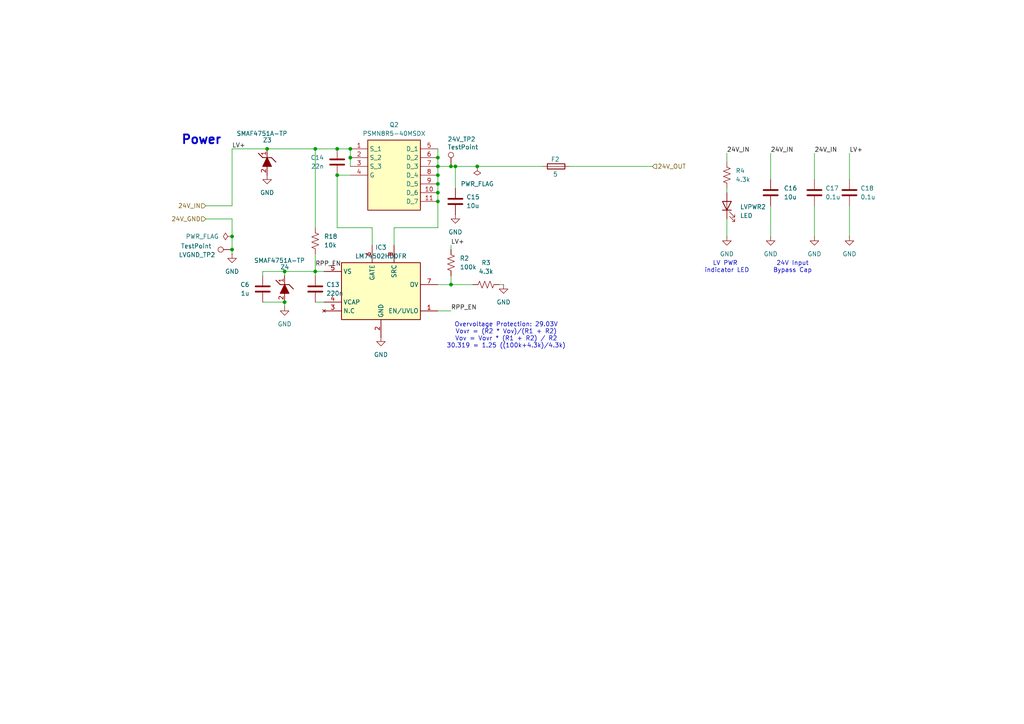
<source format=kicad_sch>
(kicad_sch (version 20250114) (generator "eeschema") (generator_version "9.0")
  (paper "A4")
  (lib_symbols
    (symbol "Connector:TestPoint" (pin_numbers (hide yes)) (pin_names (offset 0.762) (hide yes))
      (property "Reference" "TP" (at 0 6.858 0))
      (property "Value" "TestPoint" (at 0 5.08 0))
      (symbol "TestPoint_0_1"
        (circle (center 0 3.302) (radius 0.762))
      )
      (symbol "TestPoint_1_1"
        (pin passive line (at 0 0 90) (length 2.54) (name "1") (number "1"))
      )
    )
    (symbol "Device:C" (pin_numbers (hide yes)) (pin_names (offset 0.254))
      (property "Reference" "C" (at 0.635 2.54 0))
      (property "Value" "C" (at 0.635 -2.54 0))
      (symbol "C_0_1"
        (polyline (pts (xy -2.032 0.762) (xy 2.032 0.762)) (stroke (width 0.508)))
        (polyline (pts (xy -2.032 -0.762) (xy 2.032 -0.762)) (stroke (width 0.508)))
      )
      (symbol "C_1_1"
        (pin passive line (at 0 3.81 270) (length 2.794) (name "~") (number "1"))
        (pin passive line (at 0 -3.81 90) (length 2.794) (name "~") (number "2"))
      )
    )
    (symbol "Device:Fuse" (pin_numbers (hide yes)) (pin_names (offset 0))
      (property "Reference" "F" (at 2.032 0 90))
      (property "Value" "Fuse" (at -1.905 0 90))
      (symbol "Fuse_0_1"
        (rectangle (start -0.762 -2.54) (end 0.762 2.54) (stroke (width 0.254)))
        (polyline (pts (xy 0 2.54) (xy 0 -2.54)))
      )
      (symbol "Fuse_1_1"
        (pin passive line (at 0 3.81 270) (length 1.27) (name "~") (number "1"))
        (pin passive line (at 0 -3.81 90) (length 1.27) (name "~") (number "2"))
      )
    )
    (symbol "Device:LED" (pin_numbers (hide yes)) (pin_names (offset 1.016) (hide yes))
      (property "Reference" "D" (at 0 2.54 0))
      (property "Value" "LED" (at 0 -2.54 0))
      (symbol "LED_0_1"
        (polyline (pts (xy -3.048 -0.762) (xy -4.572 -2.286) (xy -3.81 -2.286) (xy -4.572 -2.286) (xy -4.572 -1.524)))
        (polyline (pts (xy -1.778 -0.762) (xy -3.302 -2.286) (xy -2.54 -2.286) (xy -3.302 -2.286) (xy -3.302 -1.524)))
        (polyline (pts (xy -1.27 0) (xy 1.27 0)))
        (polyline (pts (xy -1.27 -1.27) (xy -1.27 1.27)) (stroke (width 0.254)))
        (polyline (pts (xy 1.27 -1.27) (xy 1.27 1.27) (xy -1.27 0) (xy 1.27 -1.27)) (stroke (width 0.254)))
      )
      (symbol "LED_1_1"
        (pin passive line (at -3.81 0 0) (length 2.54) (name "K") (number "1"))
        (pin passive line (at 3.81 0 180) (length 2.54) (name "A") (number "2"))
      )
    )
    (symbol "Device:R_US" (pin_numbers (hide yes)) (pin_names (offset 0))
      (property "Reference" "R" (at 2.54 0 90))
      (property "Value" "R_US" (at -2.54 0 90))
      (symbol "R_US_0_1"
        (polyline (pts (xy 0 2.286) (xy 0 2.54)))
        (polyline (pts (xy 0 2.286) (xy 1.016 1.905) (xy 0 1.524) (xy -1.016 1.143) (xy 0 0.762)))
        (polyline (pts (xy 0 0.762) (xy 1.016 0.381) (xy 0 0) (xy -1.016 -0.381) (xy 0 -0.762)))
        (polyline (pts (xy 0 -0.762) (xy 1.016 -1.143) (xy 0 -1.524) (xy -1.016 -1.905) (xy 0 -2.286)))
        (polyline (pts (xy 0 -2.286) (xy 0 -2.54)))
      )
      (symbol "R_US_1_1"
        (pin passive line (at 0 3.81 270) (length 1.27) (name "~") (number "1"))
        (pin passive line (at 0 -3.81 90) (length 1.27) (name "~") (number "2"))
      )
    )
    (symbol "UTSVT_ICs:LM74502HDDFR"
      (property "Reference" "IC" (at 29.21 7.62 0))
      (property "Value" "LM74502HDDFR" (at 29.21 5.08 0))
      (symbol "LM74502HDDFR_1_1"
        (rectangle (start 5.08 2.54) (end 27.94 -13.97) (stroke (width 0.254)) (fill (type background)))
        (pin passive line (at 0 0 0) (length 5.08) (name "VS") (number "5"))
        (pin passive line (at 0 -8.89 0) (length 5.08) (name "VCAP") (number "4"))
        (pin no_connect line (at 0 -11.43 0) (length 5.08) (name "N.C") (number "3"))
        (pin passive line (at 13.97 7.62 270) (length 5.08) (name "GATE") (number "6"))
        (pin passive line (at 16.51 -19.05 90) (length 5.08) (name "GND") (number "2"))
        (pin passive line (at 20.32 7.62 270) (length 5.08) (name "SRC") (number "8"))
        (pin passive line (at 33.02 -3.81 180) (length 5.08) (name "OV") (number "7"))
        (pin passive line (at 33.02 -11.43 180) (length 5.08) (name "EN/UVLO") (number "1"))
      )
    )
    (symbol "UTSVT_Power:PSMN8R5-40MSDX"
      (property "Reference" "Q" (at 21.59 7.62 0))
      (property "Value" "PSMN8R5-40MSDX" (at 21.59 5.08 0))
      (symbol "PSMN8R5-40MSDX_1_1"
        (rectangle (start 5.08 2.54) (end 20.32 -17.78) (stroke (width 0.254)) (fill (type background)))
        (pin passive line (at 0 0 0) (length 5.08) (name "S_1") (number "1"))
        (pin passive line (at 0 -2.54 0) (length 5.08) (name "S_2") (number "2"))
        (pin passive line (at 0 -5.08 0) (length 5.08) (name "S_3") (number "3"))
        (pin passive line (at 0 -7.62 0) (length 5.08) (name "G") (number "4"))
        (pin passive line (at 25.4 0 180) (length 5.08) (name "D_1") (number "5"))
        (pin passive line (at 25.4 -2.54 180) (length 5.08) (name "D_2") (number "6"))
        (pin passive line (at 25.4 -5.08 180) (length 5.08) (name "D_3") (number "7"))
        (pin passive line (at 25.4 -7.62 180) (length 5.08) (name "D_4") (number "8"))
        (pin passive line (at 25.4 -10.16 180) (length 5.08) (name "D_5") (number "9"))
        (pin passive line (at 25.4 -12.7 180) (length 5.08) (name "D_6") (number "10"))
        (pin passive line (at 25.4 -15.24 180) (length 5.08) (name "D_7") (number "11"))
      )
    )
    (symbol "UTSVT_Power:SMAF4749A-TP" (pin_names (hide yes))
      (property "Reference" "Z" (at 10.16 8.89 0))
      (property "Value" "SMAF4749A-TP" (at 10.16 6.35 0))
      (symbol "SMAF4749A-TP_1_1"
        (polyline (pts (xy 3.81 -2.54) (xy 5.08 -1.27)) (stroke (width 0.254)))
        (polyline (pts (xy 5.08 1.27) (xy 5.08 -1.27)) (stroke (width 0.254)))
        (polyline (pts (xy 5.08 1.27) (xy 6.35 2.54)) (stroke (width 0.254)))
        (polyline (pts (xy 5.08 0) (xy 7.62 1.27) (xy 7.62 -1.27) (xy 5.08 0)) (stroke (width 0.254)) (fill (type outline)))
        (pin passive line (at 2.54 0 0) (length 2.54) (name "K") (number "1"))
        (pin passive line (at 10.16 0 180) (length 2.54) (name "A") (number "2"))
      )
    )
    (symbol "power:GND" (power) (pin_numbers (hide yes)) (pin_names (offset 0) (hide yes))
      (property "Value" "GND" (at 0 -3.81 0))
      (symbol "GND_0_1"
        (polyline (pts (xy 0 0) (xy 0 -1.27) (xy 1.27 -1.27) (xy 0 -2.54) (xy -1.27 -1.27) (xy 0 -1.27)))
      )
      (symbol "GND_1_1"
        (pin power_in line (at 0 0 270) (length 0) (name "~") (number "1"))
      )
    )
    (symbol "power:PWR_FLAG" (power) (pin_numbers (hide yes)) (pin_names (offset 0) (hide yes))
      (property "Value" "PWR_FLAG" (at 0 3.81 0))
      (symbol "PWR_FLAG_0_0"
        (pin power_out line (at 0 0 90) (length 0) (name "~") (number "1"))
      )
      (symbol "PWR_FLAG_0_1"
        (polyline (pts (xy 0 0) (xy 0 1.27) (xy -1.016 1.905) (xy 0 2.54) (xy 1.016 1.905) (xy 0 1.27)))
      )
    )
  )
  (text "Overvoltage Protection: 29.03V\nVovr = (R2 * Vov)/(R1 + R2)\nVov = Vovr * (R1 + R2) / R2\n30.319 = 1.25 ((100k+4.3k)/4.3k)" (at 146.812 97.282 0) (effects (font (size 1.27 1.27))))
  (text "24V Input\nBypass Cap" (at 229.87 77.47 0) (effects (font (size 1.27 1.27))))
  (text "Power" (at 58.42 40.64 0) (effects (font (size 2.54 2.54) (thickness 0.508) (bold yes))))
  (text "LV PWR \nindicator LED" (at 210.82 77.47 0) (effects (font (size 1.27 1.27))))
  (junction (at 77.47 43.18))
  (junction (at 101.6 45.72))
  (junction (at 67.31 68.58))
  (junction (at 82.55 87.63))
  (junction (at 127 55.88))
  (junction (at 127 48.26))
  (junction (at 101.6 43.18))
  (junction (at 127 58.42))
  (junction (at 127 50.8))
  (junction (at 130.81 48.26))
  (junction (at 91.44 78.74))
  (junction (at 132.08 48.26))
  (junction (at 67.31 72.39))
  (junction (at 130.81 82.55))
  (junction (at 97.79 50.8))
  (junction (at 138.43 48.26))
  (junction (at 97.79 43.18))
  (junction (at 127 45.72))
  (junction (at 82.55 78.74))
  (junction (at 91.44 43.18))
  (junction (at 127 53.34))
  (wire (pts (xy 67.31 68.58) (xy 67.31 72.39)))
  (wire (pts (xy 107.95 71.12) (xy 107.95 66.04)))
  (wire (pts (xy 101.6 45.72) (xy 101.6 48.26)))
  (wire (pts (xy 127 48.26) (xy 127 50.8)))
  (wire (pts (xy 236.22 59.69) (xy 236.22 68.58)))
  (wire (pts (xy 127 45.72) (xy 127 48.26)))
  (wire (pts (xy 67.31 43.18) (xy 77.47 43.18)))
  (wire (pts (xy 91.44 43.18) (xy 97.79 43.18)))
  (wire (pts (xy 246.38 59.69) (xy 246.38 68.58)))
  (wire (pts (xy 130.81 71.12) (xy 130.81 72.39)))
  (wire (pts (xy 77.47 43.18) (xy 91.44 43.18)))
  (wire (pts (xy 138.43 48.26) (xy 157.48 48.26)))
  (wire (pts (xy 67.31 43.18) (xy 67.31 59.69)))
  (wire (pts (xy 223.52 44.45) (xy 223.52 52.07)))
  (wire (pts (xy 223.52 59.69) (xy 223.52 68.58)))
  (wire (pts (xy 127 90.17) (xy 130.81 90.17)))
  (wire (pts (xy 91.44 87.63) (xy 93.98 87.63)))
  (wire (pts (xy 97.79 43.18) (xy 101.6 43.18)))
  (wire (pts (xy 236.22 44.45) (xy 236.22 52.07)))
  (wire (pts (xy 91.44 66.04) (xy 91.44 43.18)))
  (wire (pts (xy 76.2 78.74) (xy 82.55 78.74)))
  (wire (pts (xy 132.08 48.26) (xy 130.81 48.26)))
  (wire (pts (xy 91.44 73.66) (xy 91.44 78.74)))
  (wire (pts (xy 82.55 78.74) (xy 82.55 80.01)))
  (wire (pts (xy 132.08 48.26) (xy 138.43 48.26)))
  (wire (pts (xy 210.82 44.45) (xy 210.82 46.99)))
  (wire (pts (xy 127 53.34) (xy 127 55.88)))
  (wire (pts (xy 210.82 54.61) (xy 210.82 55.88)))
  (wire (pts (xy 114.3 66.04) (xy 127 66.04)))
  (wire (pts (xy 101.6 43.18) (xy 101.6 45.72)))
  (wire (pts (xy 127 82.55) (xy 130.81 82.55)))
  (wire (pts (xy 246.38 44.45) (xy 246.38 52.07)))
  (wire (pts (xy 76.2 78.74) (xy 76.2 80.01)))
  (wire (pts (xy 107.95 66.04) (xy 97.79 66.04)))
  (wire (pts (xy 127 55.88) (xy 127 58.42)))
  (wire (pts (xy 82.55 87.63) (xy 82.55 88.9)))
  (wire (pts (xy 127 43.18) (xy 127 45.72)))
  (wire (pts (xy 67.31 63.5) (xy 67.31 68.58)))
  (wire (pts (xy 127 48.26) (xy 130.81 48.26)))
  (wire (pts (xy 67.31 73.66) (xy 67.31 72.39)))
  (wire (pts (xy 127 58.42) (xy 127 66.04)))
  (wire (pts (xy 97.79 66.04) (xy 97.79 50.8)))
  (wire (pts (xy 91.44 78.74) (xy 93.98 78.74)))
  (wire (pts (xy 59.69 59.69) (xy 67.31 59.69)))
  (wire (pts (xy 130.81 80.01) (xy 130.81 82.55)))
  (wire (pts (xy 165.1 48.26) (xy 189.23 48.26)))
  (wire (pts (xy 130.81 82.55) (xy 137.16 82.55)))
  (wire (pts (xy 59.69 63.5) (xy 67.31 63.5)))
  (wire (pts (xy 114.3 71.12) (xy 114.3 66.04)))
  (wire (pts (xy 91.44 78.74) (xy 91.44 80.01)))
  (wire (pts (xy 210.82 63.5) (xy 210.82 68.58)))
  (wire (pts (xy 144.78 82.55) (xy 146.05 82.55)))
  (wire (pts (xy 127 50.8) (xy 127 53.34)))
  (wire (pts (xy 76.2 87.63) (xy 82.55 87.63)))
  (wire (pts (xy 82.55 78.74) (xy 91.44 78.74)))
  (wire (pts (xy 97.79 50.8) (xy 101.6 50.8)))
  (wire (pts (xy 132.08 48.26) (xy 132.08 54.61)))
  (label "LV+" (at 67.31 43.18 0))
  (label "RPP_EN" (at 91.44 77.47 0))
  (label "24V_IN" (at 223.52 44.45 0))
  (label "RPP_EN" (at 130.81 90.17 0))
  (label "24V_IN" (at 210.82 44.45 0))
  (label "24V_IN" (at 236.22 44.45 0))
  (label "LV+" (at 246.38 44.45 0))
  (label "LV+" (at 130.81 71.12 0))
  (hierarchical_label "24V_GND" (shape input) (at 59.69 63.5 180))
  (hierarchical_label "24V_OUT" (shape input) (at 189.23 48.26 0))
  (hierarchical_label "24V_IN" (shape input) (at 59.69 59.69 180))
  (symbol (lib_id "Device:C") (at 76.2 83.82 0) (mirror x) (unit 1)
    (property "Reference" "C6" (at 72.39 82.5499 0) (effects (justify right)))
    (property "Value" "1u" (at 72.39 85.0899 0) (effects (justify right)))
    (property "Footprint" "Capacitor_SMD:C_0603_1608Metric" (effects (hide yes)))
    (property "Description" "Unpolarized capacitor" (effects (hide yes)))
  )
  (symbol (lib_id "power:GND") (at 82.55 88.9 0) (unit 1)
    (property "Reference" "#PWR024" (effects (hide yes)))
    (property "Value" "GND" (at 82.55 93.98 0))
    (property "Description" "Power symbol creates a global label with name \"GND\" , ground" (effects (hide yes)))
  )
  (symbol (lib_id "power:PWR_FLAG") (at 138.43 48.26 180) (unit 1)
    (property "Reference" "#FLG03" (effects (hide yes)))
    (property "Value" "PWR_FLAG" (at 138.43 53.34 0))
    (property "Description" "Special symbol for telling ERC where power comes from" (effects (hide yes)))
  )
  (symbol (lib_id "power:GND") (at 110.49 97.79 0) (unit 1)
    (property "Reference" "#PWR025" (effects (hide yes)))
    (property "Value" "GND" (at 110.49 102.87 0))
    (property "Description" "Power symbol creates a global label with name \"GND\" , ground" (effects (hide yes)))
  )
  (symbol (lib_id "power:GND") (at 223.52 68.58 0) (unit 1)
    (property "Reference" "#PWR032" (effects (hide yes)))
    (property "Value" "GND" (at 223.52 73.66 0))
    (property "Description" "Power symbol creates a global label with name \"GND\" , ground" (effects (hide yes)))
  )
  (symbol (lib_id "Device:R_US") (at 91.44 69.85 0) (unit 1)
    (property "Reference" "R18" (at 93.98 68.5799 0) (effects (justify left)))
    (property "Value" "10k" (at 93.98 71.1199 0) (effects (justify left)))
    (property "Footprint" "Resistor_SMD:R_0603_1608Metric" (effects (hide yes)))
    (property "Description" "Resistor, US symbol" (effects (hide yes)))
  )
  (symbol (lib_id "Device:C") (at 132.08 58.42 0) (unit 1)
    (property "Reference" "C15" (at 135.255 57.1499 0) (effects (justify left)))
    (property "Value" "10u" (at 135.255 59.6899 0) (effects (justify left)))
    (property "Footprint" "Capacitor_SMD:C_0805_2012Metric" (effects (hide yes)))
    (property "Description" "Unpolarized capacitor" (effects (hide yes)))
  )
  (symbol (lib_id "Device:R_US") (at 210.82 50.8 0) (unit 1)
    (property "Reference" "R4" (at 213.36 49.5299 0) (effects (justify left)))
    (property "Value" "4.3k" (at 213.36 52.0699 0) (effects (justify left)))
    (property "Footprint" "Resistor_SMD:R_0603_1608Metric" (effects (hide yes)))
    (property "Description" "Resistor, US symbol" (effects (hide yes)))
  )
  (symbol (lib_id "Device:R_US") (at 130.81 76.2 0) (unit 1)
    (property "Reference" "R2" (at 133.35 74.9299 0) (effects (justify left)))
    (property "Value" "100k" (at 133.35 77.4699 0) (effects (justify left)))
    (property "Footprint" "Resistor_SMD:R_0603_1608Metric" (effects (hide yes)))
    (property "Description" "Resistor, US symbol" (effects (hide yes)))
  )
  (symbol (lib_id "UTSVT_ICs:LM74502HDDFR") (at 93.98 78.74 0) (unit 1)
    (property "Reference" "IC3" (at 110.49 71.755 0))
    (property "Value" "LM74502HDDFR" (at 110.49 74.295 0))
    (property "Footprint" "UTSVT_Power:SOT65P280X110-8N" (effects (hide yes)))
    (property "Datasheet" "https://www.ti.com/lit/ds/symlink/lm74502h.pdf?HQS=dis-mous-null-mousermode-dsf-pf-null-wwe&ts=1659509238199&ref_url=https%253A%252F%252Fwww.mouser.vn%252F" (effects (hide yes)))
    (property "Description" "Hot Swap Voltage Controllers 3.2-V to 65-V industrial RPP controller with load disconnect, OVP, and high gate drive" (effects (hide yes)))
    (property "Height" "1.1" (effects (hide yes)))
    (property "Mouser Part Number" "595-LM74502HDDFR" (effects (hide yes)))
    (property "Mouser Price/Stock" "https://www.mouser.co.uk/ProductDetail/Texas-Instruments/LM74502HDDFR?qs=t7xnP681wgWDbfat8Yg%252B%2Fg%3D%3D" (effects (hide yes)))
    (property "Manufacturer_Name" "Texas Instruments" (effects (hide yes)))
    (property "Manufacturer_Part_Number" "LM74502HDDFR" (effects (hide yes)))
  )
  (symbol (lib_id "Device:LED") (at 210.82 59.69 90) (unit 1)
    (property "Reference" "LVPWR2" (at 214.63 60.0074 90) (effects (justify right)))
    (property "Value" "LED" (at 214.63 62.5474 90) (effects (justify right)))
    (property "Footprint" "LED_SMD:LED_0603_1608Metric" (effects (hide yes)))
    (property "Description" "Light emitting diode" (effects (hide yes)))
    (property "Sim.Pins" "1=K 2=A" (effects (hide yes)))
  )
  (symbol (lib_id "power:PWR_FLAG") (at 67.31 68.58 90) (unit 1)
    (property "Reference" "#FLG01" (effects (hide yes)))
    (property "Value" "PWR_FLAG" (at 63.5 68.5799 90) (effects (justify left)))
    (property "Description" "Special symbol for telling ERC where power comes from" (effects (hide yes)))
  )
  (symbol (lib_id "power:GND") (at 246.38 68.58 0) (unit 1)
    (property "Reference" "#PWR035" (effects (hide yes)))
    (property "Value" "GND" (at 246.38 73.66 0))
    (property "Description" "Power symbol creates a global label with name \"GND\" , ground" (effects (hide yes)))
  )
  (symbol (lib_id "Connector:TestPoint") (at 67.31 72.39 90) (unit 1)
    (property "Reference" "LVGND_TP2" (at 57.15 73.914 90))
    (property "Value" "TestPoint" (at 56.896 71.374 90))
    (property "Footprint" "UTSVT_Special:TestPoint_HEX_3mmID" (effects (hide yes)))
    (property "Description" "test point" (effects (hide yes)))
  )
  (symbol (lib_id "Device:C") (at 223.52 55.88 0) (unit 1)
    (property "Reference" "C16" (at 227.33 54.6099 0) (effects (justify left)))
    (property "Value" "10u" (at 227.33 57.1499 0) (effects (justify left)))
    (property "Footprint" "Capacitor_SMD:C_0805_2012Metric" (effects (hide yes)))
    (property "Description" "Unpolarized capacitor" (effects (hide yes)))
  )
  (symbol (lib_id "UTSVT_Power:SMAF4749A-TP") (at 82.55 77.47 270) (unit 1)
    (property "Reference" "Z4" (at 81.28 77.47 90) (effects (justify left)))
    (property "Value" "SMAF4751A-TP" (at 73.66 75.565 90) (effects (justify left)))
    (property "Footprint" "UTSVT_Passives:SODFL5026X125N" (effects (hide yes)))
    (property "Datasheet" "https://www.mccsemi.com/pdf/Products/SMAF4735A_SMAF4764A(DO-221AC).pdf" (effects (hide yes)))
    (property "Description" "1.0 Watt Zener Diodes 6.2V to 100V" (effects (hide yes)))
    (property "Height" "1.25" (effects (hide yes)))
    (property "Mouser Part Number" "833-SMAF4749A-TP" (effects (hide yes)))
    (property "Mouser Price/Stock" "https://www.mouser.co.uk/ProductDetail/Micro-Commercial-Components-MCC/SMAF4749A-TP?qs=%252BXxaIXUDbq1bdSZ3Ebik%2FA%3D%3D" (effects (hide yes)))
    (property "Manufacturer_Name" "MCC" (effects (hide yes)))
    (property "Manufacturer_Part_Number" "SMAF4749A-TP" (effects (hide yes)))
  )
  (symbol (lib_id "power:GND") (at 146.05 82.55 0) (unit 1)
    (property "Reference" "#PWR028" (effects (hide yes)))
    (property "Value" "GND" (at 146.05 87.63 0))
    (property "Description" "Power symbol creates a global label with name \"GND\" , ground" (effects (hide yes)))
  )
  (symbol (lib_id "Device:C") (at 97.79 46.99 0) (mirror x) (unit 1)
    (property "Reference" "C14" (at 93.98 45.7199 0) (effects (justify right)))
    (property "Value" "22n" (at 93.98 48.2599 0) (effects (justify right)))
    (property "Footprint" "Capacitor_SMD:C_0603_1608Metric" (effects (hide yes)))
    (property "Description" "Unpolarized capacitor" (effects (hide yes)))
  )
  (symbol (lib_id "Device:C") (at 246.38 55.88 0) (unit 1)
    (property "Reference" "C18" (at 249.555 54.6099 0) (effects (justify left)))
    (property "Value" "0.1u" (at 249.555 57.1499 0) (effects (justify left)))
    (property "Footprint" "Capacitor_SMD:C_0603_1608Metric" (effects (hide yes)))
    (property "Description" "Unpolarized capacitor" (effects (hide yes)))
  )
  (symbol (lib_id "Connector:TestPoint") (at 130.81 48.26 0) (unit 1)
    (property "Reference" "24V_TP2" (at 129.794 40.386 0) (effects (justify left)))
    (property "Value" "TestPoint" (at 129.794 42.672 0) (effects (justify left)))
    (property "Footprint" "UTSVT_Special:TestPoint_HEX_3mmID" (effects (hide yes)))
    (property "Description" "test point" (effects (hide yes)))
  )
  (symbol (lib_id "UTSVT_Power:SMAF4749A-TP") (at 77.47 40.64 270) (unit 1)
    (property "Reference" "Z3" (at 76.2 40.64 90) (effects (justify left)))
    (property "Value" "SMAF4751A-TP" (at 68.58 38.735 90) (effects (justify left)))
    (property "Footprint" "UTSVT_Passives:SODFL5026X125N" (effects (hide yes)))
    (property "Datasheet" "https://www.mccsemi.com/pdf/Products/SMAF4735A_SMAF4764A(DO-221AC).pdf" (effects (hide yes)))
    (property "Description" "1.0 Watt Zener Diodes 6.2V to 100V" (effects (hide yes)))
    (property "Height" "1.25" (effects (hide yes)))
    (property "Mouser Part Number" "833-SMAF4749A-TP" (effects (hide yes)))
    (property "Mouser Price/Stock" "https://www.mouser.co.uk/ProductDetail/Micro-Commercial-Components-MCC/SMAF4749A-TP?qs=%252BXxaIXUDbq1bdSZ3Ebik%2FA%3D%3D" (effects (hide yes)))
    (property "Manufacturer_Name" "MCC" (effects (hide yes)))
    (property "Manufacturer_Part_Number" "SMAF4749A-TP" (effects (hide yes)))
  )
  (symbol (lib_id "power:GND") (at 210.82 68.58 0) (unit 1)
    (property "Reference" "#PWR030" (effects (hide yes)))
    (property "Value" "GND" (at 210.82 73.66 0))
    (property "Description" "Power symbol creates a global label with name \"GND\" , ground" (effects (hide yes)))
  )
  (symbol (lib_id "power:GND") (at 132.08 62.23 0) (unit 1)
    (property "Reference" "#PWR026" (effects (hide yes)))
    (property "Value" "GND" (at 132.08 67.31 0))
    (property "Description" "Power symbol creates a global label with name \"GND\" , ground" (effects (hide yes)))
  )
  (symbol (lib_id "Device:C") (at 236.22 55.88 0) (unit 1)
    (property "Reference" "C17" (at 239.395 54.6099 0) (effects (justify left)))
    (property "Value" "0.1u" (at 239.395 57.1499 0) (effects (justify left)))
    (property "Footprint" "Capacitor_SMD:C_0603_1608Metric" (effects (hide yes)))
    (property "Description" "Unpolarized capacitor" (effects (hide yes)))
  )
  (symbol (lib_id "Device:R_US") (at 140.97 82.55 90) (unit 1)
    (property "Reference" "R3" (at 140.97 76.2 90))
    (property "Value" "4.3k" (at 140.97 78.74 90))
    (property "Footprint" "Resistor_SMD:R_0603_1608Metric" (effects (hide yes)))
    (property "Description" "Resistor, US symbol" (effects (hide yes)))
  )
  (symbol (lib_id "Device:C") (at 91.44 83.82 0) (mirror y) (unit 1)
    (property "Reference" "C13" (at 94.615 82.5499 0) (effects (justify right)))
    (property "Value" "220n" (at 94.615 85.0899 0) (effects (justify right)))
    (property "Footprint" "Capacitor_SMD:C_0603_1608Metric" (effects (hide yes)))
    (property "Description" "Unpolarized capacitor" (effects (hide yes)))
  )
  (symbol (lib_id "power:GND") (at 236.22 68.58 0) (unit 1)
    (property "Reference" "#PWR034" (effects (hide yes)))
    (property "Value" "GND" (at 236.22 73.66 0))
    (property "Description" "Power symbol creates a global label with name \"GND\" , ground" (effects (hide yes)))
  )
  (symbol (lib_id "power:GND") (at 67.31 73.66 0) (unit 1)
    (property "Reference" "#PWR015" (effects (hide yes)))
    (property "Value" "GND" (at 67.31 78.74 0))
    (property "Description" "Power symbol creates a global label with name \"GND\" , ground" (effects (hide yes)))
  )
  (symbol (lib_id "power:GND") (at 77.47 50.8 0) (unit 1)
    (property "Reference" "#PWR023" (effects (hide yes)))
    (property "Value" "GND" (at 77.47 55.88 0))
    (property "Description" "Power symbol creates a global label with name \"GND\" , ground" (effects (hide yes)))
  )
  (symbol (lib_id "UTSVT_Power:PSMN8R5-40MSDX") (at 101.6 43.18 0) (unit 1)
    (property "Reference" "Q2" (at 114.3 36.195 0))
    (property "Value" "PSMN8R5-40MSDX" (at 114.3 38.735 0))
    (property "Footprint" "UTSVT_Power:PSMN8R5-40MSDX" (effects (hide yes)))
    (property "Datasheet" "https://assets.nexperia.com/documents/data-sheet/PSMN8R5-40MSD.pdf" (effects (hide yes)))
    (property "Description" "MOSFETs PSMN8R5-40MSD/SOT1210/mLFPAK" (effects (hide yes)))
    (property "Height" "1" (effects (hide yes)))
    (property "Mouser Part Number" "771-PSMN8R5-40MSDX" (effects (hide yes)))
    (property "Mouser Price/Stock" "https://www.mouser.co.uk/ProductDetail/Nexperia/PSMN8R5-40MSDX?qs=vHuUswq2%252BswjdnYdBdHaPw%3D%3D" (effects (hide yes)))
    (property "Manufacturer_Name" "Nexperia" (effects (hide yes)))
    (property "Manufacturer_Part_Number" "PSMN8R5-40MSDX" (effects (hide yes)))
  )
  (symbol (lib_id "Device:Fuse") (at 161.29 48.26 90) (unit 1)
    (property "Reference" "F2" (at 162.306 46.228 90) (effects (justify left)))
    (property "Value" "5" (at 161.798 50.546 90) (effects (justify left)))
    (property "Description" "Fuse" (effects (hide yes)))
  )
)
</source>
